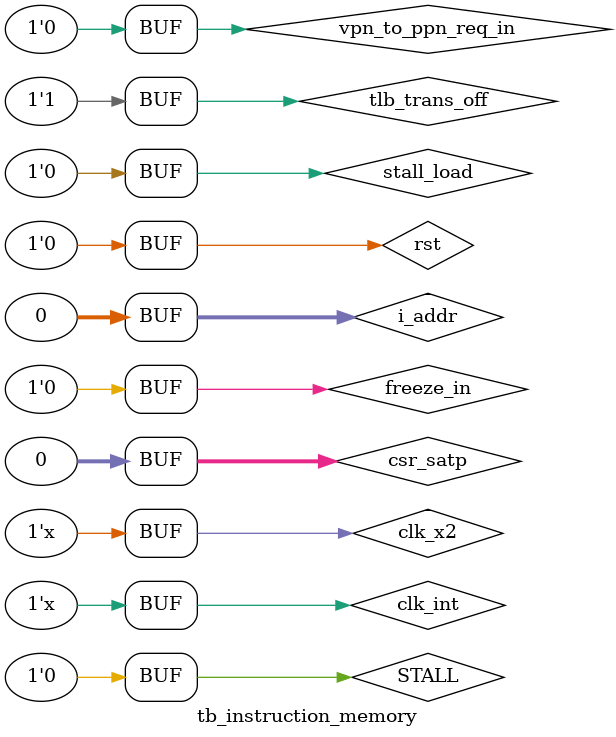
<source format=v>
`timescale 1ns / 1ps


module tb_instruction_memory(

    );

      reg clk_int,clk_x2, rst;
      //reg i_acc;
      reg [31:0]  i_addr;
      reg freeze_in;
      reg stall_load;
      
      wire  [31:0]  ADDR;
      wire  [1:0]   BURST; //00-Normal, 01-INCR, 10-WRAP, 11-Reserved
      wire          REQ;
      wire          WRB;
      wire  [31:0]  WDATA;
      wire   [31:0]  RDATA;
      reg           ACK;
      reg           STALL;
      wire  [3:0]   BSTROBE;

      reg [31:0] csr_satp;
     
      wire [31:0] instr_out;
      wire instruction_page_fault;
      wire stall_out;

      reg tlb_trans_off;
      reg vpn_to_ppn_req_in;
      localparam BURST_LENGTH = 8;
     
  mem_hier IMEM_CACHE(

      .clk(clk_int),
      .clk_x2(clk_x2), 
      .rst_n(rst),
      .i_addr(i_addr),
      .freeze_in(freeze_in),
      .stall_load(stall_load),
      
      .ADDR(ADDR),
      .BURST(BURST), //00-Normal, 01-INCR, 10-WRAP, 11-Reserved
      .REQ(REQ),
      .WRB(WRB),
      .WDATA(WDATA),
      .RDATA(RDATA),
      .ACK(ACK),
      .STALL(STALL),
      .BSTROBE(BSTROBE),

      .csr_satp(csr_satp),
     
      .instr_out(instr_out),
      .instruction_page_fault(instruction_page_fault),
      .stall_out(stall_out),

      .tlb_trans_off(tlb_trans_off),
      .vpn_to_ppn_req_in(vpn_to_ppn_req_in)
);

wire instruction_req;
reg start;
reg [3:0] counter;

assign instruction_req  = ((ADDR[15:14] == 2'b00) && REQ);

MEMORY_MACRO  #(.ADDR_WIDTH(32),.DATA_WIDTH(32),.INPUT_FILE("IMEM_Greatest_2.mem")) Instruction_memory(
  .clka(clk_int),
  .rsta(rst),
  .ena(instruction_req),
  .wea(WRB),
  .addra(ADDR),
  .dina(WDATA),
  .douta(RDATA)
);

    always @(posedge clk_int) begin
    if(rst) begin
      counter <= 4'b0000;
      start <= 1'b0;
    end
    else begin
      if((REQ | start) && (counter < BURST_LENGTH) && ~STALL && (BURST == 2'b01)) begin // TODO: Need to Add ACK or not ?
        start <= 1'b1;
        counter <= counter + 1;
      end
      else if(start && counter == BURST_LENGTH && ~STALL /*&& (BURST == 2'b01)*/) begin
        counter <= 4'd0;
        start <= 1'b0;
      end
    end
  end
  
  always @(posedge clk_int) begin
    if(rst) begin
        ACK <= 1'b0;
        //data_out <= 32'd0;
    end
    else if(REQ && counter < BURST_LENGTH && ~STALL && (BURST == 2'b01)) begin
        ACK <= 1'b1;
        //data_out <= RDATA;
    end
    else if (ACK && REQ && (BURST == 2'b00)) begin
        ACK <= 1'b0;
    end   
    else if(REQ && (BURST == 2'b00)) begin
        ACK <= 1'b1;
    end
    else if(counter == BURST_LENGTH /*&& (BURST == 2'b01)*/) begin
        ACK <= 1'b0;
        //data_out <= 32'd0;
    end
    else begin
        ACK <= ACK;
        //data_out <= data_out;
    end
  end
  
  // Free running Clock
  initial begin
  clk_int = 0; 
  clk_x2 = 0;
  end
  always #10 clk_int <= ~clk_int;

  always #5 clk_x2 <= ~clk_x2;
  
  // Stimulus    
  initial begin
    STALL = 1'b0; csr_satp = 32'd0; freeze_in = 1'b1;
    stall_load = 1'b0; tlb_trans_off = 1'b1;i_addr=32'd0;
    vpn_to_ppn_req_in = 1'b0;
    rst = 1'b1;
    
    #150 rst = 1'b0;
    #100
    freeze_in = 1'b0;
    
  end
  
endmodule

</source>
